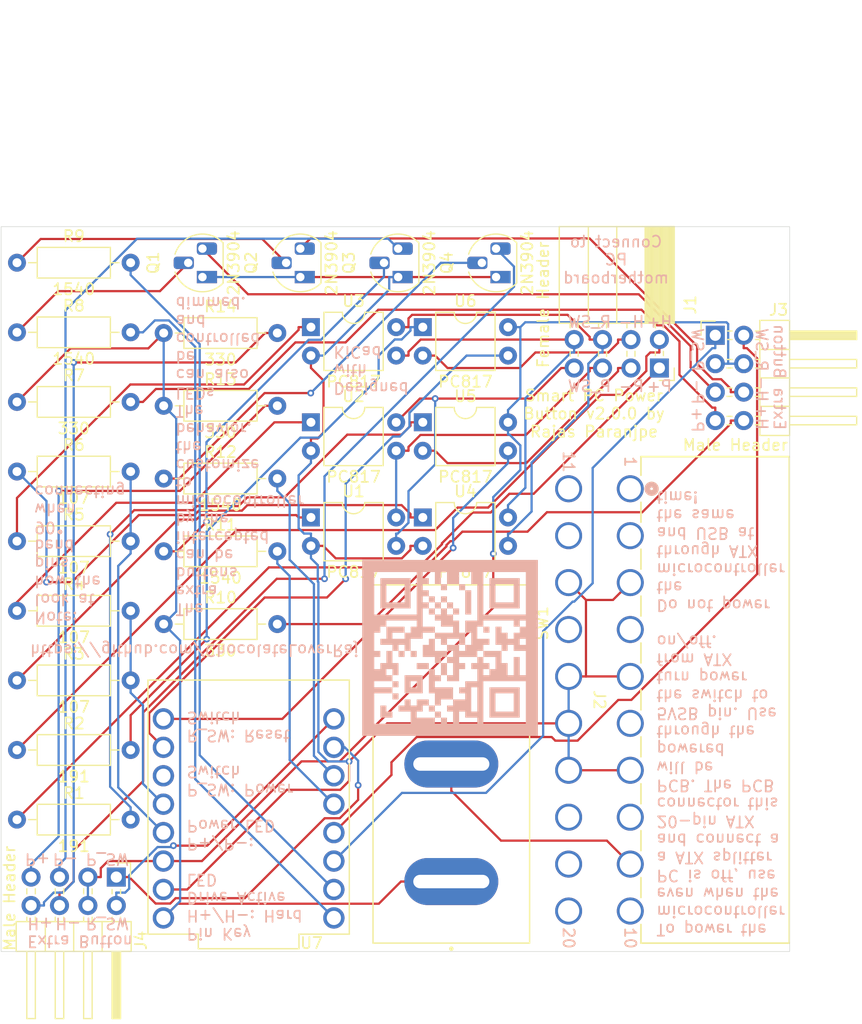
<source format=kicad_pcb>
(kicad_pcb (version 20240108) (generator "pcbnew") (generator_version "8.0")
  (layers (0 "F.Cu" signal) (31 "B.Cu" signal) (34 "B.Paste" user) (35 "F.Paste" user) (36 "B.SilkS" user "B.Silkscreen") (37 "F.SilkS" user "F.Silkscreen") (38 "B.Mask" user) (39 "F.Mask" user) (44 "Edge.Cuts" user))
  (property "EXTRA_LED_RESISTOR" "330")
  (property "LED_RESISTOR" "191")
  (property "SWITCH_OPTOCOUPLER_RESISTOR" "107")
  (property "TRANSISTOR_RESISTOR" "1540")
  (net 0 "")
  (net 1 "Power LED+")
  (net 14 "GND")
  (net 16 "HDD LED+")
  (net 17 "Power LED-")
  (net 18 "HDD LED-")
  (net 19 "Net-(SW1-B)")
  (net 20 "+5V")
  (net 21 "Net-(R1-Pad2)")
  (net 22 "Net-(R2-Pad2)")
  (net 23 "HDD SW 1")
  (net 24 "POWER SW 1")
  (net 25 "HDD SW 0")
  (net 26 "POWER SW 0")
  (net 27 "+3.3V")
  (net 28 "GPIO8")
  (net 29 "GPIO7")
  (net 30 "Net-(J4-Pin_8)")
  (net 31 "GPIO20")
  (net 32 "Net-(J4-Pin_7)")
  (net 33 "GPIO21")
  (net 34 "Net-(Q1-B)")
  (net 35 "Net-(Q2-B)")
  (net 36 "Net-(Q3-B)")
  (net 37 "Net-(Q4-B)")
  (net 38 "Net-(R3-Pad1)")
  (net 39 "Net-(R4-Pad1)")
  (net 40 "Net-(R5-Pad1)")
  (net 41 "Net-(R6-Pad1)")
  (net 42 "GPIO0")
  (net 43 "GPIO1")
  (net 44 "GPIO4")
  (net 45 "GPIO5")
  (net 46 "GPIO9")
  (net 47 "GPIO3")
  (net 48 "GPIO6")
  (net 49 "GPIO10")
  (net 50 "Net-(J4-Pin_6)")
  (net 51 "Net-(J4-Pin_5)")
  (net 52 "Net-(J3-Pin_6)")
  (net 53 "Net-(J3-Pin_7)")
  (net 54 "Net-(J3-Pin_8)")
  (net 55 "Net-(J3-Pin_5)")
  (footprint "Connector_PinHeader_2.54mm:PinHeader_2x04_P2.54mm_Horizontal" (layer "F.Cu") (at 106.55 121.85 -90)
    (property "Reference" "J4")
    (property "Value" "Male Header")
  )
  (footprint "Resistor_THT:R_Axial_DIN0207_L6.3mm_D2.5mm_P10.16mm_Horizontal" (layer "F.Cu") (at 110.785 86.25)
    (property "Reference" "R12")
    (property "Value" "1540")
  )
  (footprint "Package_DIP:DIP-4_W7.62mm" (layer "F.Cu") (at 123.95 72.725)
    (property "Reference" "U3")
    (property "Value" "PC817")
  )
  (footprint "Resistor_THT:R_Axial_DIN0207_L6.3mm_D2.5mm_P10.16mm_Horizontal" (layer "F.Cu") (at 97.67 116.7177)
    (property "Reference" "R1")
    (property "Value" "191")
  )
  (footprint "KiCad Assets:SW_RB141C1100" (layer "F.Cu") (at 136.5 111.75 -90)
    (property "Reference" "SW1")
    (property "Value" "SW_SPST")
  )
  (footprint "Package_DIP:DIP-4_W7.62mm" (layer "F.Cu") (at 123.95 89.725)
    (property "Reference" "U1")
    (property "Value" "PC817")
  )
  (footprint "Resistor_THT:R_Axial_DIN0207_L6.3mm_D2.5mm_P10.16mm_Horizontal" (layer "F.Cu") (at 110.785 73.25)
    (property "Reference" "R14")
    (property "Value" "330")
  )
  (footprint "Package_TO_SOT_THT:TO-92_HandSolder" (layer "F.Cu") (at 114.25 68.25 90)
    (property "Reference" "Q1")
    (property "Value" "2N3904")
  )
  (footprint "KiCad Assets:MODULE_ESP32-C3_SUPERMINI" (layer "F.Cu") (at 118.38 115.6 180)
    (property "Reference" "U7")
    (property "Value" "ESP32-C3_SUPERMINI")
  )
  (footprint "Package_TO_SOT_THT:TO-92_HandSolder" (layer "F.Cu") (at 140.5 68.25 90)
    (property "Reference" "Q4")
    (property "Value" "2N3904")
  )
  (footprint "KiCad Assets:CONN_2-1586041-0_TYCO" (layer "F.Cu") (at 152.5 87.163 -90)
    (property "Reference" "J2")
    (property "Value" "20-Pin ATX")
  )
  (footprint "Resistor_THT:R_Axial_DIN0207_L6.3mm_D2.5mm_P10.16mm_Horizontal" (layer "F.Cu") (at 97.67 98.0614)
    (property "Reference" "R4")
    (property "Value" "107")
  )
  (footprint "Resistor_THT:R_Axial_DIN0207_L6.3mm_D2.5mm_P10.16mm_Horizontal" (layer "F.Cu") (at 97.67 79.4052)
    (property "Reference" "R7")
    (property "Value" "330")
  )
  (footprint "Resistor_THT:R_Axial_DIN0207_L6.3mm_D2.5mm_P10.16mm_Horizontal" (layer "F.Cu") (at 110.785 92.75)
    (property "Reference" "R11")
    (property "Value" "1540")
  )
  (footprint "Connector_PinHeader_2.54mm:PinHeader_2x04_P2.54mm_Horizontal" (layer "F.Cu") (at 160.1 73.45)
    (property "Reference" "J3")
    (property "Value" "Male Header")
  )
  (footprint "Package_TO_SOT_THT:TO-92_HandSolder" (layer "F.Cu") (at 123 68.25 90)
    (property "Reference" "Q2")
    (property "Value" "2N3904")
  )
  (footprint "Resistor_THT:R_Axial_DIN0207_L6.3mm_D2.5mm_P10.16mm_Horizontal" (layer "F.Cu") (at 97.67 91.8427)
    (property "Reference" "R5")
    (property "Value" "107")
  )
  (footprint "Package_DIP:DIP-4_W7.62mm" (layer "F.Cu") (at 123.95 81.225)
    (property "Reference" "U2")
    (property "Value" "PC817")
  )
  (footprint "Package_DIP:DIP-4_W7.62mm" (layer "F.Cu") (at 133.95 72.725)
    (property "Reference" "U6")
    (property "Value" "PC817")
  )
  (footprint "Resistor_THT:R_Axial_DIN0207_L6.3mm_D2.5mm_P10.16mm_Horizontal" (layer "F.Cu") (at 110.785 79.75)
    (property "Reference" "R13")
    (property "Value" "330")
  )
  (footprint "Package_DIP:DIP-4_W7.62mm" (layer "F.Cu") (at 133.95 81.225)
    (property "Reference" "U5")
    (property "Value" "PC817")
  )
  (footprint "Resistor_THT:R_Axial_DIN0207_L6.3mm_D2.5mm_P10.16mm_Horizontal" (layer "F.Cu") (at 97.67 104.2802)
    (property "Reference" "R3")
    (property "Value" "107")
  )
  (footprint "Resistor_THT:R_Axial_DIN0207_L6.3mm_D2.5mm_P10.16mm_Horizontal" (layer "F.Cu") (at 97.67 66.9677)
    (property "Reference" "R9")
    (property "Value" "1540")
  )
  (footprint "Resistor_THT:R_Axial_DIN0207_L6.3mm_D2.5mm_P10.16mm_Horizontal" (layer "F.Cu") (at 110.785 99.25)
    (property "Reference" "R10")
    (property "Value" "330")
  )
  (footprint "Package_TO_SOT_THT:TO-92_HandSolder" (layer "F.Cu") (at 131.75 68.25 90)
    (property "Reference" "Q3")
    (property "Value" "2N3904")
  )
  (footprint "Connector_PinSocket_2.54mm:PinSocket_2x04_P2.54mm_Horizontal" (layer "F.Cu") (at 155.1 76.375 -90)
    (property "Reference" "J1")
    (property "Value" "Female Header")
  )
  (footprint "Package_DIP:DIP-4_W7.62mm" (layer "F.Cu") (at 133.95 89.725)
    (property "Reference" "U4")
    (property "Value" "PC817")
  )
  (footprint "Resistor_THT:R_Axial_DIN0207_L6.3mm_D2.5mm_P10.16mm_Horizontal" (layer "F.Cu") (at 97.67 73.1864)
    (property "Reference" "R8")
    (property "Value" "1540")
  )
  (footprint "Resistor_THT:R_Axial_DIN0207_L6.3mm_D2.5mm_P10.16mm_Horizontal" (layer "F.Cu") (at 97.67 110.4989)
    (property "Reference" "R2")
    (property "Value" "191")
  )
  (footprint "Resistor_THT:R_Axial_DIN0207_L6.3mm_D2.5mm_P10.16mm_Horizontal" (layer "F.Cu") (at 97.67 85.6239)
    (property "Reference" "R6")
    (property "Value" "107")
  )
  (footprint "LOGO" (layer "B.Cu") (at 136.385205 101.376308 180)
    (property "Reference" "G***" (hide yes))
    (property "Value" "LOGO" (hide yes))
  )
  (gr_rect (start 96.25 63.75) (end 166.75 128.5) (stroke (width 0.05)) (fill none) (layer "Edge.Cuts"))
  (gr_text "P-" (at 158.5 78.5 -90) (layer "B.SilkS") (effects (font (size 1 1)) (justify mirror)))
  (gr_text "https://github.com/ChocolateLoverRaj" (at 98.75 101 180) (layer "B.SilkS") (effects (font (size 1 1)) (justify left bottom mirror)))
  (gr_text "R_SW" (at 105.75 126 180) (layer "B.SilkS") (effects (font (size 1 1)) (justify mirror)))
  (gr_text "P-" (at 152.6 78 0) (layer "B.SilkS") (effects (font (size 1 1)) (justify mirror)))
  (gr_text "H+" (at 99.75 126 180) (layer "B.SilkS") (effects (font (size 1 1)) (justify mirror)))
  (gr_text "P+" (at 158.5 81 -90) (layer "B.SilkS") (effects (font (size 1 1)) (justify mirror)))
  (gr_text "Extra Button" (at 98.5 127 180) (layer "B.SilkS") (effects (font (size 1 1)) (justify left bottom mirror)))
  (gr_text "P+" (at 99.5 120.25 180) (layer "B.SilkS") (effects (font (size 1 1)) (justify mirror)))
  (gr_text "H-" (at 164.25 78.25 -90) (layer "B.SilkS") (effects (font (size 1 1)) (justify mirror)))
  (gr_text "R_SW" (at 164.25 74.75 270) (layer "B.SilkS") (effects (font (size 1 1)) (justify mirror)))
  (gr_text "H+" (at 155.1 72.25 0) (layer "B.SilkS") (effects (font (size 1 1)) (justify mirror)))
  (gr_text "P-" (at 102 120.25 180) (layer "B.SilkS") (effects (font (size 1 1)) (justify mirror)))
  (gr_text "P_SW" (at 148.85 78 0) (layer "B.SilkS") (effects (font (size 1 1)) (justify mirror)))
  (gr_text "P_SW" (at 158.5 74.75 -90) (layer "B.SilkS") (effects (font (size 1 1)) (justify mirror)))
  (gr_text "Extra Button" (at 165.25 82 -90) (layer "B.SilkS") (effects (font (size 1 1)) (justify left bottom mirror)))
  (gr_text "P+" (at 155.1 78 0) (layer "B.SilkS") (effects (font (size 1 1)) (justify mirror)))
  (gr_text "P_SW" (at 105.75 120.25 180) (layer "B.SilkS") (effects (font (size 1 1)) (justify mirror)))
  (gr_text "H+" (at 164.25 80.75 -90) (layer "B.SilkS") (effects (font (size 1 1)) (justify mirror)))
  (gr_text "H-" (at 152.6 72.25 0) (layer "B.SilkS") (effects (font (size 1 1)) (justify mirror)))
  (gr_text "H-" (at 102.25 126 180) (layer "B.SilkS") (effects (font (size 1 1)) (justify mirror)))
  (gr_text "R_SW" (at 148.85 72.25 0) (layer "B.SilkS") (effects (font (size 1 1)) (justify mirror)))
  (gr_text_box "To power the microcontroller even when the PC is off, use a ATX splitter and connect a 20-pin ATX connector this PCB. The PCB will be powered through the 5VSB pin. Use the switch to turn power from ATX on/off. \n\nDo not power the microcontroller through ATX and USB at the same time!" (start 154 83.625) (end 166.75 127.875) (angle 180) (layer "B.SilkS") (effects (font (size 1 1)) (justify left top mirror)) (border no))
  (gr_text_box "Designed with KiCad" (start 125.125 43.5) (end 133.375 79.5) (angle 180) (layer "B.SilkS") (effects (font (size 1 1)) (justify left top mirror)) (border no))
  (gr_text_box "The extra buttons can be intercepted by the microcontroller to customize the behavior. The LEDs can also be controlled and dimmed." (start 111 63.25) (end 119.25 99.25) (angle 180) (layer "B.SilkS") (effects (font (size 1 1)) (justify left top mirror)) (border no))
  (gr_text_box "Note: look at how the pins bend 90° when connecting" (start 98.375 64) (end 106.625 100) (angle 180) (layer "B.SilkS") (effects (font (size 1 1)) (justify left top mirror)) (border no) (stroke (width 0.05)))
  (gr_text_box "Pin Key\nH+/H-: Hard Drive Active LED\n\nP+/P-: Power LED\n\nP_SW: Power Switch\n\nR_SW: Reset Switch" (start 112 100.25) (end 124.75 128.25) (angle 180) (layer "B.SilkS") (effects (font (size 1 1)) (justify left top mirror)) (border no) (stroke (width 0.05)))
  (gr_text_box "Connect to PC motherboard" (start 146.1 63.75) (end 156.35 72.25) (layer "B.SilkS") (effects (font (size 1 1)) (justify top mirror)) (border no))
  (gr_text_box "Smart PC Power Button v2.0.0 by Rajas Paranjpe" (start 141.25 77.5) (end 157.25 83.25) (layer "F.SilkS") (effects (font (size 1 1)) (justify top)) (border no))
  (segment (start 135.6615 92.0293) (end 135.6615 92.1177) (width 0.2) (layer "F.Cu") (net 1))
  (segment (start 138.407 89.2838) (end 135.6615 92.0293) (width 0.2) (layer "F.Cu") (net 1))
  (segment (start 120.1876 94.1852) (end 97.67 116.7028) (width 0.2) (layer "F.Cu") (net 1))
  (segment (start 133.594 94.1852) (end 120.1876 94.1852) (width 0.2) (layer "F.Cu") (net 1))
  (segment (start 141.6909 87.6079) (end 140.015 89.2838) (width 0.2) (layer "F.Cu") (net 1))
  (segment (start 135.6615 92.1177) (end 133.594 94.1852) (width 0.2) (layer "F.Cu") (net 1))
  (segment (start 140.015 89.2838) (end 138.407 89.2838) (width 0.2) (layer "F.Cu") (net 1))
  (segment (start 97.67 116.7028) (end 97.67 116.7177) (width 0.2) (layer "F.Cu") (net 1))
  (segment (start 143.8671 87.6079) (end 141.6909 87.6079) (width 0.2) (layer "F.Cu") (net 1))
  (segment (start 155.1 76.375) (end 143.8671 87.6079) (width 0.2) (layer "F.Cu") (net 1))
  (segment (start 127.3638 111.521) (end 127.3638 113.2626) (width 0.2) (layer "F.Cu") (net 14))
  (segment (start 146.9882 103.927) (end 148.5384 103.927) (width 0.2) (layer "F.Cu") (net 14))
  (segment (start 126.5722 114.0542) (end 121.7978 114.0542) (width 0.2) (layer "F.Cu") (net 14))
  (segment (start 123 68.25) (end 131.75 68.25) (width 0.2) (layer "F.Cu") (net 14))
  (segment (start 125.0517 92.265) (end 126.1654 93.3787) (width 0.2) (layer "F.Cu") (net 14))
  (segment (start 123.95 92.265) (end 125.0517 92.265) (width 0.2) (layer "F.Cu") (net 14))
  (segment (start 124.5525 82.6633) (end 125.0739 82.1419) (width 0.2) (layer "F.Cu") (net 14))
  (segment (start 132.077 93.3787) (end 132.8483 92.6074) (width 0.2) (layer "F.Cu") (net 14))
  (segment (start 126.1654 93.3787) (end 132.077 93.3787) (width 0.2) (layer "F.Cu") (net 14))
  (segment (start 146.9882 112.309) (end 152.5 112.309) (width 0.2) (layer "F.Cu") (net 14))
  (segment (start 130.7668 108.118) (end 127.3638 111.521) (width 0.2) (layer "F.Cu") (net 14))
  (segment (start 121.7978 114.0542) (end 112.892 122.96) (width 0.2) (layer "F.Cu") (net 14))
  (segment (start 148.5384 103.927) (end 148.5384 97.0952) (width 0.2) (layer "F.Cu") (net 14))
  (segment (start 133.95 92.265) (end 132.8483 92.265) (width 0.2) (layer "F.Cu") (net 14))
  (segment (start 123.95 75.265) (end 123.95 76.3667) (width 0.2) (layer "F.Cu") (net 14))
  (segment (start 148.5384 103.927) (end 152.5 103.927) (width 0.2) (layer "F.Cu") (net 14))
  (segment (start 148.5384 97.0952) (end 150.9498 97.0952) (width 0.2) (layer "F.Cu") (net 14))
  (segment (start 131.75 68.25) (end 140.5 68.25) (width 0.2) (layer "F.Cu") (net 14))
  (segment (start 132.8483 92.6074) (end 132.8483 92.265) (width 0.2) (layer "F.Cu") (net 14))
  (segment (start 127.3638 113.2626) (end 126.5722 114.0542) (width 0.2) (layer "F.Cu") (net 14))
  (segment (start 123.95 83.765) (end 123.95 82.6633) (width 0.2) (layer "F.Cu") (net 14))
  (segment (start 112.892 122.96) (end 110.76 122.96) (width 0.2) (layer "F.Cu") (net 14))
  (segment (start 150.9498 97.0952) (end 152.5 95.545) (width 0.2) (layer "F.Cu") (net 14))
  (segment (start 123.95 82.6633) (end 124.5525 82.6633) (width 0.2) (layer "F.Cu") (net 14))
  (segment (start 125.0739 82.1419) (end 125.0739 77.4906) (width 0.2) (layer "F.Cu") (net 14))
  (segment (start 148.5384 97.0952) (end 146.9882 95.545) (width 0.2) (layer "F.Cu") (net 14))
  (segment (start 125.0739 77.4906) (end 123.95 76.3667) (width 0.2) (layer "F.Cu") (net 14))
  (segment (start 146.9882 108.118) (end 130.7668 108.118) (width 0.2) (layer "F.Cu") (net 14))
  (via (at 127.3638 111.521) (size 0.6) (drill 0.3) (layers "F.Cu" "B.Cu") (net 14))
  (segment (start 123.95 92.265) (end 123.95 93.3667) (width 0.2) (layer "B.Cu") (net 14))
  (segment (start 123.95 75.265) (end 125.0517 75.265) (width 0.2) (layer "B.Cu") (net 14))
  (segment (start 124.5614 95.454) (end 124.6172 95.5098) (width 0.2) (layer "B.Cu") (net 14))
  (segment (start 124.6172 110.6775) (end 125.4607 111.521) (width 0.2) (layer "B.Cu") (net 14))
  (segment (start 123.3321 91.1633) (end 123.95 91.1633) (width 0.2) (layer "B.Cu") (net 14))
  (segment (start 146.9882 112.309) (end 146.9882 108.118) (width 0.2) (layer "B.Cu") (net 14))
  (segment (start 130.9483 69.3684) (end 125.0517 75.265) (width 0.2) (layer "B.Cu") (net 14))
  (segment (start 125.4607 111.521) (end 127.3638 111.521) (width 0.2) (layer "B.Cu") (net 14))
  (segment (start 123.95 92.265) (end 123.95 91.1633) (width 0.2) (layer "B.Cu") (net 14))
  (segment (start 122.8483 85.9684) (end 122.8483 90.6795) (width 0.2) (layer "B.Cu") (net 14))
  (segment (start 123.95 83.765) (end 123.95 84.8667) (width 0.2) (layer "B.Cu") (net 14))
  (segment (start 146.9882 108.118) (end 146.9882 103.927) (width 0.2) (layer "B.Cu") (net 14))
  (segment (start 130.9483 68.25) (end 130.9483 69.3684) (width 0.2) (layer "B.Cu") (net 14))
  (segment (start 123.95 93.3667) (end 124.5614 93.9781) (width 0.2) (layer "B.Cu") (net 14))
  (segment (start 124.5614 93.9781) (end 124.5614 95.454) (width 0.2) (layer "B.Cu") (net 14))
  (segment (start 123.95 84.8667) (end 122.8483 85.9684) (width 0.2) (layer "B.Cu") (net 14))
  (segment (start 124.6172 95.5098) (end 124.6172 110.6775) (width 0.2) (layer "B.Cu") (net 14))
  (segment (start 131.75 68.25) (end 130.9483 68.25) (width 0.2) (layer "B.Cu") (net 14))
  (segment (start 122.8483 90.6795) (end 123.3321 91.1633) (width 0.2) (layer "B.Cu") (net 14))
  (segment (start 123 68.25) (end 114.25 68.25) (width 0.2) (layer "B.Cu") (net 14))
  (segment (start 151.797 78.7742) (end 153.935 76.6362) (width 0.2) (layer "F.Cu") (net 16))
  (segment (start 153.935 75.3372) (end 154.2855 74.9867) (width 0.2) (layer "F.Cu") (net 16))
  (segment (start 155.1 73.835) (end 155.1 74.9867) (width 0.2) (layer "F.Cu") (net 16))
  (segment (start 97.67 110.4989) (end 117.3155 90.8534) (width 0.2) (layer "F.Cu") (net 16))
  (segment (start 154.2855 74.9867) (end 155.1 74.9867) (width 0.2) (layer "F.Cu") (net 16))
  (segment (start 135.0502 90.8534) (end 137.0628 88.8408) (width 0.2) (layer "F.Cu") (net 16))
  (segment (start 117.3155 90.8534) (end 135.0502 90.8534) (width 0.2) (layer "F.Cu") (net 16))
  (segment (start 153.935 76.6362) (end 153.935 75.3372) (width 0.2) (layer "F.Cu") (net 16))
  (segment (start 137.0628 88.8408) (end 139.7963 88.8408) (width 0.2) (layer "F.Cu") (net 16))
  (segment (start 149.8629 78.7742) (end 151.797 78.7742) (width 0.2) (layer "F.Cu") (net 16))
  (segment (start 139.7963 88.8408) (end 149.8629 78.7742) (width 0.2) (layer "F.Cu") (net 16))
  (segment (start 152.56 76.375) (end 151.4083 76.375) (width 0.2) (layer "F.Cu") (net 17))
  (segment (start 133.95 83.765) (end 135.0517 83.765) (width 0.2) (layer "F.Cu") (net 17))
  (segment (start 151.4083 76.6608) (end 143.1985 84.8706) (width 0.2) (layer "F.Cu") (net 17))
  (segment (start 136.1573 84.8706) (end 135.0517 83.765) (width 0.2) (layer "F.Cu") (net 17))
  (segment (start 151.4083 76.375) (end 151.4083 76.6608) (width 0.2) (layer "F.Cu") (net 17))
  (segment (start 143.1985 84.8706) (end 136.1573 84.8706) (width 0.2) (layer "F.Cu") (net 17))
  (segment (start 151.4083 73.835) (end 151.4083 74.123) (width 0.2) (layer "F.Cu") (net 18))
  (segment (start 136.1617 76.375) (end 135.0517 75.265) (width 0.2) (layer "F.Cu") (net 18))
  (segment (start 142.6309 76.375) (end 136.1617 76.375) (width 0.2) (layer "F.Cu") (net 18))
  (segment (start 133.95 75.265) (end 135.0517 75.265) (width 0.2) (layer "F.Cu") (net 18))
  (segment (start 144.0192 74.9867) (end 142.6309 76.375) (width 0.2) (layer "F.Cu") (net 18))
  (segment (start 150.5446 74.9867) (end 144.0192 74.9867) (width 0.2) (layer "F.Cu") (net 18))
  (segment (start 151.4083 74.123) (end 150.5446 74.9867) (width 0.2) (layer "F.Cu") (net 18))
  (segment (start 152.56 73.835) (end 151.4083 73.835) (width 0.2) (layer "F.Cu") (net 18))
  (segment (start 136.5 111.75) (end 136.5 114.1517) (width 0.2) (layer "F.Cu") (net 19))
  (segment (start 152.5 120.691) (end 150.4045 118.5955) (width 0.2) (layer "F.Cu") (net 19))
  (segment (start 150.4045 118.5955) (end 140.9438 118.5955) (width 0.2) (layer "F.Cu") (net 19))
  (segment (start 140.9438 118.5955) (end 136.5 114.1517) (width 0.2) (layer "F.Cu") (net 19))
  (segment (start 97.67 79.4052) (end 102.4548 74.6204) (width 0.2) (layer "F.Cu") (net 20))
  (segment (start 136.5 122.25) (end 131.9983 122.25) (width 0.2) (layer "F.Cu") (net 20))
  (segment (start 109.4146 74.6204) (end 110.785 73.25) (width 0.2) (layer "F.Cu") (net 20))
  (segment (start 102.4548 74.6204) (end 109.4146 74.6204) (width 0.2) (layer "F.Cu") (net 20))
  (segment (start 110.76 125.5) (end 112.03 124.23) (width 0.2) (layer "F.Cu") (net 20))
  (segment (start 112.03 124.23) (end 130.0183 124.23) (width 0.2) (layer "F.Cu") (net 20))
  (segment (start 130.0183 124.23) (end 131.9983 122.25) (width 0.2) (layer "F.Cu") (net 20))
  (segment (start 112.2568 124.0032) (end 112.2568 100.7218) (width 0.2) (layer "B.Cu") (net 20))
  (segment (start 111.905 98.13) (end 110.785 99.25) (width 0.2) (layer "B.Cu") (net 20))
  (segment (start 110.785 73.25) (end 110.785 79.75) (width 0.2) (layer "B.Cu") (net 20))
  (segment (start 111.905 80.87) (end 111.905 98.13) (width 0.2) (layer "B.Cu") (net 20))
  (segment (start 112.2568 100.7218) (end 110.785 99.25) (width 0.2) (layer "B.Cu") (net 20))
  (segment (start 110.785 79.75) (end 111.905 80.87) (width 0.2) (layer "B.Cu") (net 20))
  (segment (start 110.76 125.5) (end 112.2568 124.0032) (width 0.2) (layer "B.Cu") (net 20))
  (segment (start 132.8483 81.225) (end 132.8483 81.5349) (width 0.2) (layer "F.Cu") (net 21))
  (segment (start 108.149 89.0751) (end 105.9959 91.2282) (width 0.2) (layer "F.Cu") (net 21))
  (segment (start 117.4734 88.7132) (end 113.7684 88.7132) (width 0.2) (layer "F.Cu") (net 21))
  (segment (start 121.5963 87.9281) (end 118.2585 87.9281) (width 0.2) (layer "F.Cu") (net 21))
  (segment (start 113.7684 88.7132) (end 113.4065 89.0751) (width 0.2) (layer "F.Cu") (net 21))
  (segment (start 118.2585 87.9281) (end 117.4734 88.7132) (width 0.2) (layer "F.Cu") (net 21))
  (segment (start 132.8483 81.5349) (end 132.0565 82.3267) (width 0.2) (layer "F.Cu") (net 21))
  (segment (start 132.0565 82.3267) (end 127.1977 82.3267) (width 0.2) (layer "F.Cu") (net 21))
  (segment (start 127.1977 82.3267) (end 121.5963 87.9281) (width 0.2) (layer "F.Cu") (net 21))
  (segment (start 113.4065 89.0751) (end 108.149 89.0751) (width 0.2) (layer "F.Cu") (net 21))
  (segment (start 133.95 81.225) (end 132.8483 81.225) (width 0.2) (layer "F.Cu") (net 21))
  (via (at 105.9959 91.2282) (size 0.6) (drill 0.3) (layers "F.Cu" "B.Cu") (net 21))
  (segment (start 105.9959 113.7819) (end 105.9959 91.2282) (width 0.2) (layer "B.Cu") (net 21))
  (segment (start 107.83 115.616) (end 105.9959 113.7819) (width 0.2) (layer "B.Cu") (net 21))
  (segment (start 107.83 116.7177) (end 107.83 115.616) (width 0.2) (layer "B.Cu") (net 21))
  (segment (start 107.83 110.4989) (end 107.83 107.3936) (width 0.2) (layer "F.Cu") (net 22))
  (segment (start 107.83 107.3936) (end 114.6316 100.592) (width 0.2) (layer "F.Cu") (net 22))
  (via (at 114.6316 100.592) (size 0.6) (drill 0.3) (layers "F.Cu" "B.Cu") (net 22))
  (segment (start 124.6615 82.5966) (end 123.007 82.5966) (width 0.2) (layer "B.Cu") (net 22))
  (segment (start 131.4406 73.8267) (end 130.001 75.2663) (width 0.2) (layer "B.Cu") (net 22))
  (segment (start 132.8483 72.725) (end 132.8483 73.0349) (width 0.2) (layer "B.Cu") (net 22))
  (segment (start 123.007 82.5966) (end 114.6316 90.972) (width 0.2) (layer "B.Cu") (net 22))
  (segment (start 132.8483 73.0349) (end 132.0565 73.8267) (width 0.2) (layer "B.Cu") (net 22))
  (segment (start 132.0565 73.8267) (end 131.4406 73.8267) (width 0.2) (layer "B.Cu") (net 22))
  (segment (start 133.95 72.725) (end 132.8483 72.725) (width 0.2) (layer "B.Cu") (net 22))
  (segment (start 130.001 75.2663) (end 130.001 77.2571) (width 0.2) (layer "B.Cu") (net 22))
  (segment (start 130.001 77.2571) (end 124.6615 82.5966) (width 0.2) (layer "B.Cu") (net 22))
  (segment (start 114.6316 90.972) (end 114.6316 100.592) (width 0.2) (layer "B.Cu") (net 22))
  (segment (start 132.6717 74.9225) (end 132.6717 75.265) (width 0.2) (layer "F.Cu") (net 23))
  (segment (start 131.57 75.265) (end 132.6717 75.265) (width 0.2) (layer "F.Cu") (net 23))
  (segment (start 133.7592 73.835) (end 132.6717 74.9225) (width 0.2) (layer "F.Cu") (net 23))
  (segment (start 147.48 73.835) (end 133.7592 73.835) (width 0.2) (layer "F.Cu") (net 23))
  (segment (start 141.57 89.725) (end 141.57 88.6233) (width 0.2) (layer "B.Cu") (net 23))
  (segment (start 143.1237 87.0696) (end 143.1237 79.0745) (width 0.2) (layer "B.Cu") (net 23))
  (segment (start 143.1237 79.0745) (end 147.2115 74.9867) (width 0.2) (layer "B.Cu") (net 23))
  (segment (start 147.2115 74.9867) (end 147.48 74.9867) (width 0.2) (layer "B.Cu") (net 23))
  (segment (start 141.57 88.6233) (end 143.1237 87.0696) (width 0.2) (layer "B.Cu") (net 23))
  (segment (start 147.48 73.835) (end 147.48 74.9867) (width 0.2) (layer "B.Cu") (net 23))
  (segment (start 143.5977 79.1056) (end 135.0567 79.1056) (width 0.2) (layer "F.Cu") (net 24))
  (segment (start 133.6894 79.1056) (end 131.57 81.225) (width 0.2) (layer "F.Cu") (net 24))
  (segment (start 147.48 76.375) (end 146.3283 76.375) (width 0.2) (layer "F.Cu") (net 24))
  (segment (start 146.3283 76.375) (end 143.5977 79.1056) (width 0.2) (layer "F.Cu") (net 24))
  (segment (start 135.0567 79.1056) (end 133.6894 79.1056) (width 0.2) (layer "F.Cu") (net 24))
  (via (at 135.0567 79.1056) (size 0.6) (drill 0.3) (layers "F.Cu" "B.Cu") (net 24))
  (segment (start 132.6717 87.374) (end 135.0567 84.989) (width 0.2) (layer "B.Cu") (net 24))
  (segment (start 131.57 92.265) (end 131.57 91.1633) (width 0.2) (layer "B.Cu") (net 24))
  (segment (start 131.57 91.1633) (end 131.7078 91.1633) (width 0.2) (layer "B.Cu") (net 24))
  (segment (start 131.7078 91.1633) (end 132.6717 90.1994) (width 0.2) (layer "B.Cu") (net 24))
  (segment (start 132.6717 90.1994) (end 132.6717 87.374) (width 0.2) (layer "B.Cu") (net 24))
  (segment (start 135.0567 84.989) (end 135.0567 79.1056) (width 0.2) (layer "B.Cu") (net 24))
  (segment (start 132.6717 71.9458) (end 132.6717 72.725) (width 0.2) (layer "F.Cu") (net 25))
  (segment (start 146.8971 71.6233) (end 132.9942 71.6233) (width 0.2) (layer "F.Cu") (net 25))
  (segment (start 131.57 72.725) (end 132.6717 72.725) (width 0.2) (layer "F.Cu") (net 25))
  (segment (start 150.02 73.835) (end 148.8683 73.835) (width 0.2) (layer "F.Cu") (net 25))
  (segment (start 148.8683 73.5945) (end 146.8971 71.6233) (width 0.2) (layer "F.Cu") (net 25))
  (segment (start 148.8683 73.835) (end 148.8683 73.5945) (width 0.2) (layer "F.Cu") (net 25))
  (segment (start 132.9942 71.6233) (end 132.6717 71.9458) (width 0.2) (layer "F.Cu") (net 25))
  (segment (start 150.02 73.835) (end 150.02 74.9867) (width 0.2) (layer "B.Cu") (net 25))
  (segment (start 143.6766 84.8311) (end 148.75 79.7577) (width 0.2) (layer "B.Cu") (net 25))
  (segment (start 141.57 92.265) (end 141.57 91.1633) (width 0.2) (layer "B.Cu") (net 25))
  (segment (start 148.75 75.9882) (end 149.7515 74.9867) (width 0.2) (layer "B.Cu") (net 25))
  (segment (start 149.7515 74.9867) (end 150.02 74.9867) (width 0.2) (layer "B.Cu") (net 25))
  (segment (start 141.57 91.1633) (end 141.7078 91.1633) (width 0.2) (layer "B.Cu") (net 25))
  (segment (start 148.75 79.7577) (end 148.75 75.9882) (width 0.2) (layer "B.Cu") (net 25))
  (segment (start 141.7078 91.1633) (end 143.6766 89.1945) (width 0.2) (layer "B.Cu") (net 25))
  (segment (start 143.6766 89.1945) (end 143.6766 84.8311) (width 0.2) (layer "B.Cu") (net 25))
  (segment (start 132.6717 83.4225) (end 132.6717 83.765) (width 0.2) (layer "F.Cu") (net 26))
  (segment (start 131.57 83.765) (end 132.6717 83.765) (width 0.2) (layer "F.Cu") (net 26))
  (segment (start 133.7408 82.3534) (end 132.6717 83.4225) (width 0.2) (layer "F.Cu") (net 26))
  (segment (start 143.1778 82.3534) (end 133.7408 82.3534) (width 0.2) (layer "F.Cu") (net 26))
  (segment (start 148.8683 76.6629) (end 143.1778 82.3534) (width 0.2) (layer "F.Cu") (net 26))
  (segment (start 150.02 76.375) (end 148.8683 76.375) (width 0.2) (layer "F.Cu") (net 26))
  (segment (start 148.8683 76.375) (end 148.8683 76.6629) (width 0.2) (layer "F.Cu") (net 26))
  (segment (start 131.57 83.765) (end 131.57 89.725) (width 0.2) (layer "B.Cu") (net 26))
  (segment (start 126.5196 111.5142) (end 140.2498 97.784) (width 0.2) (layer "F.Cu") (net 27))
  (segment (start 105.1617 121.85) (end 105.1617 121.0582) (width 0.2) (layer "F.Cu") (net 27))
  (segment (start 104.01 121.85) (end 105.1617 121.85) (width 0.2) (layer "F.Cu") (net 27))
  (segment (start 114.2031 120.42) (end 123.1089 111.5142) (width 0.2) (layer "F.Cu") (net 27))
  (segment (start 105.7999 120.42) (end 110.76 120.42) (width 0.2) (layer "F.Cu") (net 27))
  (segment (start 140.2498 97.784) (end 140.2498 92.9624) (width 0.2) (layer "F.Cu") (net 27))
  (segment (start 105.1617 121.0582) (end 105.7999 120.42) (width 0.2) (layer "F.Cu") (net 27))
  (segment (start 123.1089 111.5142) (end 126.5196 111.5142) (width 0.2) (layer "F.Cu") (net 27))
  (segment (start 110.76 120.42) (end 114.2031 120.42) (width 0.2) (layer "F.Cu") (net 27))
  (via (at 140.2498 92.9624) (size 0.6) (drill 0.3) (layers "F.Cu" "B.Cu") (net 27))
  (segment (start 161.0968 72.2895) (end 161.2517 72.4444) (width 0.2) (layer "B.Cu") (net 27))
  (segment (start 104.01 124.39) (end 104.01 121.85) (width 0.2) (layer "B.Cu") (net 27))
  (segment (start 142.6717 79.0216) (end 142.6717 72.725) (width 0.2) (layer "B.Cu") (net 27))
  (segment (start 141.7077 82.3267) (end 141.57 82.3267) (width 0.2) (layer "B.Cu") (net 27))
  (segment (start 141.57 81.7758) (end 141.57 82.3267) (width 0.2) (layer "B.Cu") (net 27))
  (segment (start 162.64 75.99) (end 161.4883 75.99) (width 0.2) (layer "B.Cu") (net 27))
  (segment (start 141.57 81.7758) (end 141.57 81.225) (width 0.2) (layer "B.Cu") (net 27))
  (segment (start 140.2498 92.9624) (end 140.2498 87.9028) (width 0.2) (layer "B.Cu") (net 27))
  (segment (start 160.1 75.99) (end 161.2517 75.99) (width 0.2) (layer "B.Cu") (net 27))
  (segment (start 141.57 80.1233) (end 142.6717 79.0216) (width 0.2) (layer "B.Cu") (net 27))
  (segment (start 142.6717 72.725) (end 143.1072 72.2895) (width 0.2) (layer "B.Cu") (net 27))
  (segment (start 143.1072 72.2895) (end 161.0968 72.2895) (width 0.2) (layer "B.Cu") (net 27))
  (segment (start 141.57 81.225) (end 141.57 80.1233) (width 0.2) (layer "B.Cu") (net 27))
  (segment (start 141.57 72.725) (end 142.6717 72.725) (width 0.2) (layer "B.Cu") (net 27))
  (segment (start 142.6732 85.4794) (end 142.6732 83.2922) (width 0.2) (layer "B.Cu") (net 27))
  (segment (start 142.6732 83.2922) (end 141.7077 82.3267) (width 0.2) (layer "B.Cu") (net 27))
  (segment (start 140.2498 87.9028) (end 142.6732 85.4794) (width 0.2) (layer "B.Cu") (net 27))
  (segment (start 161.2517 72.4444) (end 161.2517 75.99) (width 0.2) (layer "B.Cu") (net 27))
  (segment (start 161.4883 75.99) (end 161.2517 75.99) (width 0.2) (layer "B.Cu") (net 27))
  (segment (start 145.4688 109.3371) (end 133.4086 109.3371) (width 0.2) (layer "F.Cu") (net 28))
  (segment (start 163.8413 75.5151) (end 163.8413 94.7756) (width 0.2) (layer "F.Cu") (net 28))
  (segment (start 147.7857 109.6639) (end 145.7956 109.6639) (width 0.2) (layer "F.Cu") (net 28))
  (segment (start 162.9279 74.6017) (end 163.8413 75.5151) (width 0.2) (layer "F.Cu") (net 28))
  (segment (start 151.4271 106.0225) (end 147.7857 109.6639) (width 0.2) (layer "F.Cu") (net 28))
  (segment (start 162.64 74.6017) (end 162.9279 74.6017) (width 0.2) (layer "F.Cu") (net 28))
  (segment (start 145.7956 109.6639) (end 145.4688 109.3371) (width 0.2) (layer "F.Cu") (net 28))
  (segment (start 152.5944 106.0225) (end 151.4271 106.0225) (width 0.2) (layer "F.Cu") (net 28))
  (segment (start 133.4086 109.3371) (end 131.1483 111.5974) (width 0.2) (layer "F.Cu") (net 28))
  (segment (start 131.1483 112.7317) (end 126 117.88) (width 0.2) (layer "F.Cu") (net 28))
  (segment (start 162.64 73.45) (end 162.64 74.6017) (width 0.2) (layer "F.Cu") (net 28))
  (segment (start 131.1483 111.5974) (end 131.1483 112.7317) (width 0.2) (layer "F.Cu") (net 28))
  (segment (start 163.8413 94.7756) (end 152.5944 106.0225) (width 0.2) (layer "F.Cu") (net 28))
  (segment (start 159.8355 74.6017) (end 160.1 74.6017) (width 0.2) (layer "B.Cu") (net 29))
  (segment (start 160.1 73.45) (end 160.1 74.6017) (width 0.2) (layer "B.Cu") (net 29))
  (segment (start 147.345 97.246) (end 147.4887 97.246) (width 0.2) (layer "B.Cu") (net 29))
  (segment (start 144.7119 99.8791) (end 147.345 97.246) (width 0.2) (layer "B.Cu") (net 29))
  (segment (start 147.4887 97.246) (end 149.1365 95.5982) (width 0.2) (layer "B.Cu") (net 29))
  (segment (start 139.6029 114.3297) (end 144.7119 109.2207) (width 0.2) (layer "B.Cu") (net 29))
  (segment (start 149.1365 95.5982) (end 149.1365 85.3007) (width 0.2) (layer "B.Cu") (net 29))
  (segment (start 132.0903 114.3297) (end 139.6029 114.3297) (width 0.2) (layer "B.Cu") (net 29))
  (segment (start 126 120.42) (end 132.0903 114.3297) (width 0.2) (layer "B.Cu") (net 29))
  (segment (start 144.7119 109.2207) (end 144.7119 99.8791) (width 0.2) (layer "B.Cu") (net 29))
  (segment (start 149.1365 85.3007) (end 159.8355 74.6017) (width 0.2) (layer "B.Cu") (net 29))
  (segment (start 117.2117 75.8816) (end 102.74 75.8816) (width 0.2) (layer "F.Cu") (net 30))
  (segment (start 119.8433 73.25) (end 117.2117 75.8816) (width 0.2) (layer "F.Cu") (net 30))
  (segment (start 120.945 73.25) (end 119.8433 73.25) (width 0.2) (layer "F.Cu") (net 30))
  (via (at 102.74 75.8816) (size 0.6) (drill 0.3) (layers "F.Cu" "B.Cu") (net 30))
  (segment (start 98.93 124.39) (end 100.0817 124.39) (width 0.2) (layer "B.Cu") (net 30))
  (segment (start 100.9454 123.2383) (end 101.77 123.2383) (width 0.2) (layer "B.Cu") (net 30))
  (segment (start 102.74 122.2683) (end 102.74 75.8816) (width 0.2) (layer "B.Cu") (net 30))
  (segment (start 100.0817 124.39) (end 100.0817 124.102) (width 0.2) (layer "B.Cu") (net 30))
  (segment (start 101.77 123.2383) (end 102.74 122.2683) (width 0.2) (layer "B.Cu") (net 30))
  (segment (start 100.0817 124.102) (end 100.9454 123.2383) (width 0.2) (layer "B.Cu") (net 30))
  (segment (start 107.7017 121.85) (end 110.0659 124.2142) (width 0.2) (layer "F.Cu") (net 31))
  (segment (start 110.0659 124.2142) (end 111.3742 124.2142) (width 0.2) (layer "F.Cu") (net 31))
  (segment (start 126.5287 116.5942) (end 128.1689 114.954) (width 0.2) (layer "F.Cu") (net 31))
  (segment (start 125.1808 116.5942) (end 126.5287 116.5942) (width 0.2) (layer "F.Cu") (net 31))
  (segment (start 118.0385 123.7365) (end 125.1808 116.5942) (width 0.2) (layer "F.Cu") (net 31))
  (segment (start 111.3742 124.2142) (end 111.8519 123.7365) (width 0.2) (layer "F.Cu") (net 31))
  (segment (start 128.1689 114.954) (end 128.1689 113.6456) (width 0.2) (layer "F.Cu") (net 31))
  (segment (start 111.8519 123.7365) (end 118.0385 123.7365) (width 0.2) (layer "F.Cu") (net 31))
  (segment (start 106.55 121.85) (end 107.7017 121.85) (width 0.2) (layer "F.Cu") (net 31))
  (via (at 128.1689 113.6456) (size 0.6) (drill 0.3) (layers "F.Cu" "B.Cu") (net 31))
  (segment (start 126 110.26) (end 126.9763 110.26) (width 0.2) (layer "B.Cu") (net 31))
  (segment (start 126.9763 110.26) (end 128.1689 111.4526) (width 0.2) (layer "B.Cu") (net 31))
  (segment (start 128.1689 111.4526) (end 128.1689 113.6456) (width 0.2) (layer "B.Cu") (net 31))
  (segment (start 112.2416 87.3517) (end 101.3922 87.3517) (width 0.2) (layer "F.Cu") (net 32))
  (segment (start 120.945 79.75) (end 119.8433 79.75) (width 0.2) (layer "F.Cu") (net 32))
  (segment (start 119.8433 79.75) (end 112.2416 87.3517) (width 0.2) (layer "F.Cu") (net 32))
  (via (at 101.3922 87.3517) (size 0.6) (drill 0.3) (layers "F.Cu" "B.Cu") (net 32))
  (segment (start 98.93 120.6983) (end 101.3922 118.2361) (width 0.2) (layer "B.Cu") (net 32))
  (segment (start 101.3922 118.2361) (end 101.3922 87.3517) (width 0.2) (layer "B.Cu") (net 32))
  (segment (start 98.93 121.85) (end 98.93 120.6983) (width 0.2) (layer "B.Cu") (net 32))
  (segment (start 114.6759 119.0441) (end 111.6551 119.0441) (width 0.2) (layer "F.Cu") (net 33))
  (segment (start 126 107.72) (end 114.6759 119.0441) (width 0.2) (layer "F.Cu") (net 33))
  (via (at 111.6551 119.0441) (size 0.6) (drill 0.3) (layers "F.Cu" "B.Cu") (net 33))
  (segment (start 106.55 123.2383) (end 107.3418 123.2383) (width 0.2) (layer "B.Cu") (net 33))
  (segment (start 111.5334 119.1658) (end 111.6551 119.0441) (width 0.2) (layer "B.Cu") (net 33))
  (segment (start 107.7017 122.8784) (end 107.7017 121.7022) (width 0.2) (layer "B.Cu") (net 33))
  (segment (start 106.55 124.39) (end 106.55 123.2383) (width 0.2) (layer "B.Cu") (net 33))
  (segment (start 110.2381 119.1658) (end 111.5334 119.1658) (width 0.2) (layer "B.Cu") (net 33))
  (segment (start 107.7017 121.7022) (end 110.2381 119.1658) (width 0.2) (layer "B.Cu") (net 33))
  (segment (start 107.3418 123.2383) (end 107.7017 122.8784) (width 0.2) (layer "B.Cu") (net 33))
  (segment (start 101.347 69.5094) (end 97.67 73.1864) (width 0.2) (layer "F.Cu") (net 34))
  (segment (start 112.98 66.98) (end 110.4506 69.5094) (width 0.2) (layer "F.Cu") (net 34))
  (segment (start 110.4506 69.5094) (end 101.347 69.5094) (width 0.2) (layer "F.Cu") (net 34))
  (segment (start 97.67 66.9677) (end 99.7883 64.8494) (width 0.2) (layer "F.Cu") (net 35))
  (segment (start 99.7883 64.8494) (end 119.5994 64.8494) (width 0.2) (layer "F.Cu") (net 35))
  (segment (start 119.5994 64.8494) (end 121.73 66.98) (width 0.2) (layer "F.Cu") (net 35))
  (segment (start 114.6106 90.1192) (end 111.9798 92.75) (width 0.2) (layer "F.Cu") (net 36))
  (segment (start 111.9798 92.75) (end 110.785 92.75) (width 0.2) (layer "F.Cu") (net 36))
  (via (at 114.6106 90.1192) (size 0.6) (drill 0.3) (layers "F.Cu" "B.Cu") (net 36))
  (segment (start 114.6106 82.9926) (end 114.6106 90.1192) (width 0.2) (layer "B.Cu") (net 36))
  (segment (start 123.7498 73.8534) (end 114.6106 82.9926) (width 0.2) (layer "B.Cu") (net 36))
  (segment (start 124.8483 73.8534) (end 123.7498 73.8534) (width 0.2) (layer "B.Cu") (net 36))
  (segment (start 130.48 68.2217) (end 124.8483 73.8534) (width 0.2) (layer "B.Cu") (net 36))
  (segment (start 130.48 66.98) (end 130.48 68.2217) (width 0.2) (layer "B.Cu") (net 36))
  (segment (start 119.8071 78.6156) (end 112.1727 86.25) (width 0.2) (layer "F.Cu") (net 37))
  (segment (start 123.9318 78.6156) (end 119.8071 78.6156) (width 0.2) (layer "F.Cu") (net 37))
  (segment (start 112.1727 86.25) (end 110.785 86.25) (width 0.2) (layer "F.Cu") (net 37))
  (via (at 123.9318 78.6156) (size 0.6) (drill 0.3) (layers "F.Cu" "B.Cu") (net 37))
  (segment (start 139.23 66.98) (end 135.5674 66.98) (width 0.2) (layer "B.Cu") (net 37))
  (segment (start 135.5674 66.98) (end 123.9318 78.6156) (width 0.2) (layer "B.Cu") (net 37))
  (segment (start 114.101 89.5166) (end 113.6993 89.9183) (width 0.2) (layer "F.Cu") (net 38))
  (segment (start 122.8483 89.725) (end 122.6399 89.5166) (width 0.2) (layer "F.Cu") (net 38))
  (segment (start 122.6399 89.5166) (end 114.101 89.5166) (width 0.2) (layer "F.Cu") (net 38))
  (segment (start 123.95 89.725) (end 122.8483 89.725) (width 0.2) (layer "F.Cu") (net 38))
  (segment (start 113.6993 89.9183) (end 112.0319 89.9183) (width 0.2) (layer "F.Cu") (net 38))
  (segment (start 112.0319 89.9183) (end 97.67 104.2802) (width 0.2) (layer "F.Cu") (net 38))
  (segment (start 113.5017 88.4119) (end 106.5462 88.4119) (width 0.2) (layer "F.Cu") (net 39))
  (segment (start 122.8483 81.225) (end 120.6886 81.225) (width 0.2) (layer "F.Cu") (net 39))
  (segment (start 120.6886 81.225) (end 113.5017 88.4119) (width 0.2) (layer "F.Cu") (net 39))
  (segment (start 123.95 81.225) (end 122.8483 81.225) (width 0.2) (layer "F.Cu") (net 39))
  (segment (start 106.5462 88.4119) (end 97.67 97.2881) (width 0.2) (layer "F.Cu") (net 39))
  (segment (start 97.67 97.2881) (end 97.67 98.0614) (width 0.2) (layer "F.Cu") (net 39))
  (segment (start 122.8483 72.9685) (end 122.8483 72.725) (width 0.2) (layer "F.Cu") (net 40))
  (segment (start 117.9689 77.8479) (end 122.8483 72.9685) (width 0.2) (layer "F.Cu") (net 40))
  (segment (start 97.67 91.8427) (end 97.67 87.9825) (width 0.2) (layer "F.Cu") (net 40))
  (segment (start 97.67 87.9825) (end 107.8046 77.8479) (width 0.2) (layer "F.Cu") (net 40))
  (segment (start 123.95 72.725) (end 122.8483 72.725) (width 0.2) (layer "F.Cu") (net 40))
  (segment (start 107.8046 77.8479) (end 117.9689 77.8479) (width 0.2) (layer "F.Cu") (net 40))
  (segment (start 133.95 89.725) (end 132.8483 89.725) (width 0.2) (layer "F.Cu") (net 41))
  (segment (start 132.0565 88.6233) (end 118.2726 88.6233) (width 0.2) (layer "F.Cu") (net 41))
  (segment (start 113.5345 89.5151) (end 108.5599 89.5151) (width 0.2) (layer "F.Cu") (net 41))
  (segment (start 132.8483 89.4151) (end 132.0565 88.6233) (width 0.2) (layer "F.Cu") (net 41))
  (segment (start 117.781 89.1149) (end 113.9347 89.1149) (width 0.2) (layer "F.Cu") (net 41))
  (segment (start 118.2726 88.6233) (end 117.781 89.1149) (width 0.2) (layer "F.Cu") (net 41))
  (segment (start 132.8483 89.725) (end 132.8483 89.4151) (width 0.2) (layer "F.Cu") (net 41))
  (segment (start 108.5599 89.5151) (end 102.5727 95.5023) (width 0.2) (layer "F.Cu") (net 41))
  (segment (start 113.9347 89.1149) (end 113.5345 89.5151) (width 0.2) (layer "F.Cu") (net 41))
  (segment (start 102.5727 95.5023) (end 100.3066 95.5023) (width 0.2) (layer "F.Cu") (net 41))
  (via (at 100.3066 95.5023) (size 0.6) (drill 0.3) (layers "F.Cu" "B.Cu") (net 41))
  (segment (start 97.67 85.6239) (end 100.3066 88.2605) (width 0.2) (layer "B.Cu") (net 41))
  (segment (start 100.3066 88.2605) (end 100.3066 95.5023) (width 0.2) (layer "B.Cu") (net 41))
  (segment (start 121.3896 107.72) (end 110.76 107.72) (width 0.2) (layer "F.Cu") (net 42))
  (segment (start 136.6649 92.4447) (end 121.3896 107.72) (width 0.2) (layer "F.Cu") (net 42))
  (via (at 136.6649 92.4447) (size 0.6) (drill 0.3) (layers "F.Cu" "B.Cu") (net 42))
  (segment (start 141.57 84.8667) (end 136.6649 89.7718) (width 0.2) (layer "B.Cu") (net 42))
  (segment (start 141.57 83.765) (end 141.57 84.8667) (width 0.2) (layer "B.Cu") (net 42))
  (segment (start 136.6649 89.7718) (end 136.6649 92.4447) (width 0.2) (layer "B.Cu") (net 42))
  (segment (start 127.0545 95.2049) (end 125.3844 96.875) (width 0.2) (layer "F.Cu") (net 43))
  (segment (start 109.4884 107.1994) (end 109.4884 108.9884) (width 0.2) (layer "F.Cu") (net 43))
  (segment (start 119.8128 96.875) (end 109.4884 107.1994) (width 0.2) (layer "F.Cu") (net 43))
  (segment (start 109.4884 108.9884) (end 110.76 110.26) (width 0.2) (layer "F.Cu") (net 43))
  (segment (start 125.3844 96.875) (end 119.8128 96.875) (width 0.2) (layer "F.Cu") (net 43))
  (via (at 127.0545 95.2049) (size 0.6) (drill 0.3) (layers "F.Cu" "B.Cu") (net 43))
  (segment (start 132.76 81.633) (end 131.898 82.495) (width 0.2) (layer "B.Cu") (net 43))
  (segment (start 127.0545 86.7137) (end 127.0545 95.2049) (width 0.2) (layer "B.Cu") (net 43))
  (segment (start 141.57 75.265) (end 137.8637 75.265) (width 0.2) (layer "B.Cu") (net 43))
  (segment (start 131.898 82.495) (end 131.2732 82.495) (width 0.2) (layer "B.Cu") (net 43))
  (segment (start 132.76 80.3687) (end 132.76 81.633) (width 0.2) (layer "B.Cu") (net 43))
  (segment (start 131.2732 82.495) (end 127.0545 86.7137) (width 0.2) (layer "B.Cu") (net 43))
  (segment (start 137.8637 75.265) (end 132.76 80.3687) (width 0.2) (layer "B.Cu") (net 43))
  (segment (start 107.83 85.6239) (end 107.83 86.7256) (width 0.2) (layer "B.Cu") (net 44))
  (segment (start 107.83 91.8427) (end 107.83 92.9444) (width 0.2) (layer "B.Cu") (net 44))
  (segment (start 107.83 91.8427) (end 107.83 90.741) (width 0.2) (layer "B.Cu") (net 44))
  (segment (start 107.83 90.741) (end 107.83 86.7256) (width 0.2) (layer "B.Cu") (net 44))
  (segment (start 110.76 117.88) (end 106.7221 113.8421) (width 0.2) (layer "B.Cu") (net 44))
  (segment (start 106.7221 113.8421) (end 106.7221 94.0523) (width 0.2) (layer "B.Cu") (net 44))
  (segment (start 106.7221 94.0523) (end 107.83 92.9444) (width 0.2) (layer "B.Cu") (net 44))
  (segment (start 108.9317 73.1864) (end 109.9938 72.1243) (width 0.2) (layer "B.Cu") (net 45))
  (segment (start 109.9938 72.1243) (end 111.2491 72.1243) (width 0.2) (layer "B.Cu") (net 45))
  (segment (start 107.83 73.1864) (end 108.9317 73.1864) (width 0.2) (layer "B.Cu") (net 45))
  (segment (start 113.6042 74.4794) (end 113.6042 113.1042) (width 0.2) (layer "B.Cu") (net 45))
  (segment (start 111.2491 72.1243) (end 113.6042 74.4794) (width 0.2) (layer "B.Cu") (net 45))
  (segment (start 113.6042 113.1042) (end 126 125.5) (width 0.2) (layer "B.Cu") (net 45))
  (segment (start 122.0467 111.3867) (end 122.0467 94.9534) (width 0.2) (layer "B.Cu") (net 46))
  (segment (start 126 115.34) (end 122.0467 111.3867) (width 0.2) (layer "B.Cu") (net 46))
  (segment (start 122.0467 94.9534) (end 120.945 93.8517) (width 0.2) (layer "B.Cu") (net 46))
  (segment (start 120.945 92.75) (end 120.945 93.8517) (width 0.2) (layer "B.Cu") (net 46))
  (segment (start 108.9317 106.4836) (end 108.9317 113.5117) (width 0.2) (layer "B.Cu") (net 47))
  (segment (start 107.83 98.0614) (end 107.83 104.2802) (width 0.2) (layer "B.Cu") (net 47))
  (segment (start 107.83 105.3819) (end 108.9317 106.4836) (width 0.2) (layer "B.Cu") (net 47))
  (segment (start 108.9317 113.5117) (end 110.76 115.34) (width 0.2) (layer "B.Cu") (net 47))
  (segment (start 107.83 104.2802) (end 107.83 105.3819) (width 0.2) (layer "B.Cu") (net 47))
  (segment (start 114.0059 110.9659) (end 126 122.96) (width 0.2) (layer "B.Cu") (net 48))
  (segment (start 107.83 66.9677) (end 107.83 68.0694) (width 0.2) (layer "B.Cu") (net 48))
  (segment (start 114.0059 74.2453) (end 114.0059 110.9659) (width 0.2) (layer "B.Cu") (net 48))
  (segment (start 107.83 68.0694) (end 114.0059 74.2453) (width 0.2) (layer "B.Cu") (net 48))
  (segment (start 120.945 86.25) (end 120.945 87.3517) (width 0.2) (layer "B.Cu") (net 49))
  (segment (start 124.2155 111.0155) (end 126 112.8) (width 0.2) (layer "B.Cu") (net 49))
  (segment (start 120.945 87.3517) (end 122.0467 88.4534) (width 0.2) (layer "B.Cu") (net 49))
  (segment (start 122.0467 93.5073) (end 124.2155 95.6761) (width 0.2) (layer "B.Cu") (net 49))
  (segment (start 124.2155 95.6761) (end 124.2155 111.0155) (width 0.2) (layer "B.Cu") (net 49))
  (segment (start 122.0467 88.4534) (end 122.0467 93.5073) (width 0.2) (layer "B.Cu") (net 49))
  (segment (start 108.9552 107.1414) (end 108.9552 113.2688) (width 0.2) (layer "F.Cu") (net 50))
  (segment (start 108.9552 113.2688) (end 102.74 119.484) (width 0.2) (layer "F.Cu") (net 50))
  (segment (start 125.1631 95.2049) (end 120.8917 95.2049) (width 0.2) (layer "F.Cu") (net 50))
  (segment (start 102.74 122.2368) (end 101.7385 123.2383) (width 0.2) (layer "F.Cu") (net 50))
  (segment (start 102.74 119.484) (end 102.74 122.2368) (width 0.2) (layer "F.Cu") (net 50))
  (segment (start 101.47 124.39) (end 101.47 123.2383) (width 0.2) (layer "F.Cu") (net 50))
  (segment (start 120.8917 95.2049) (end 108.9552 107.1414) (width 0.2) (layer "F.Cu") (net 50))
  (segment (start 101.7385 123.2383) (end 101.47 123.2383) (width 0.2) (layer "F.Cu") (net 50))
  (via (at 125.1631 95.2049) (size 0.6) (drill 0.3) (layers "F.Cu" "B.Cu") (net 50))
  (segment (start 142.1017 69.1142) (end 125.1631 86.0528) (width 0.2) (layer "B.Cu") (net 50))
  (segment (start 140.5 65.71) (end 142.1017 67.3117) (width 0.2) (layer "B.Cu") (net 50))
  (segment (start 125.1631 86.0528) (end 125.1631 95.2049) (width 0.2) (layer "B.Cu") (net 50))
  (segment (start 142.1017 67.3117) (end 142.1017 69.1142) (width 0.2) (layer "B.Cu") (net 50))
  (segment (start 130.8622 64.8222) (end 131.75 65.71) (width 0.2) (layer "B.Cu") (net 51))
  (segment (start 102.0081 120.1602) (end 102.0081 71.2225) (width 0.2) (layer "B.Cu") (net 51))
  (segment (start 108.4084 64.8222) (end 130.8622 64.8222) (width 0.2) (layer "B.Cu") (net 51))
  (segment (start 102.0081 71.2225) (end 108.4084 64.8222) (width 0.2) (layer "B.Cu") (net 51))
  (segment (start 101.47 120.6983) (end 102.0081 120.1602) (width 0.2) (layer "B.Cu") (net 51))
  (segment (start 101.47 121.85) (end 101.47 120.6983) (width 0.2) (layer "B.Cu") (net 51))
  (segment (start 148.8633 64.8022) (end 123.9078 64.8022) (width 0.2) (layer "F.Cu") (net 52))
  (segment (start 162.64 78.53) (end 161.4883 78.53) (width 0.2) (layer "F.Cu") (net 52))
  (segment (start 158.4763 74.4152) (end 148.8633 64.8022) (width 0.2) (layer "F.Cu") (net 52))
  (segment (start 123.9078 64.8022) (end 123 65.71) (width 0.2) (layer "F.Cu") (net 52))
  (segment (start 159.8595 77.3783) (end 158.4763 75.9951) (width 0.2) (layer "F.Cu") (net 52))
  (segment (start 160.6246 77.3783) (end 159.8595 77.3783) (width 0.2) (layer "F.Cu") (net 52))
  (segment (start 158.4763 75.9951) (end 158.4763 74.4152) (width 0.2) (layer "F.Cu") (net 52))
  (segment (start 161.4883 78.53) (end 161.4883 78.242) (width 0.2) (layer "F.Cu") (net 52))
  (segment (start 161.4883 78.242) (end 160.6246 77.3783) (width 0.2) (layer "F.Cu") (net 52))
  (segment (start 155.464 72.5629) (end 156.8976 73.9965) (width 0.2) (layer "F.Cu") (net 53))
  (segment (start 160.1 81.07) (end 160.1 79.9183) (width 0.2) (layer "F.Cu") (net 53))
  (segment (start 108.9317 79.4052) (end 110.0873 78.2496) (width 0.2) (layer "F.Cu") (net 53))
  (segment (start 129.9655 71.1699) (end 153.503 71.1699) (width 0.2) (layer "F.Cu") (net 53))
  (segment (start 110.0873 78.2496) (end 118.4003 78.2496) (width 0.2) (layer "F.Cu") (net 53))
  (segment (start 154.896 72.5629) (end 155.464 72.5629) (width 0.2) (layer "F.Cu") (net 53))
  (segment (start 159.8315 79.9183) (end 160.1 79.9183) (width 0.2) (layer "F.Cu") (net 53))
  (segment (start 122.5614 74.0885) (end 127.0469 74.0885) (width 0.2) (layer "F.Cu") (net 53))
  (segment (start 156.8976 76.9844) (end 159.8315 79.9183) (width 0.2) (layer "F.Cu") (net 53))
  (segment (start 118.4003 78.2496) (end 122.5614 74.0885) (width 0.2) (layer "F.Cu") (net 53))
  (segment (start 107.83 79.4052) (end 108.9317 79.4052) (width 0.2) (layer "F.Cu") (net 53))
  (segment (start 153.503 71.1699) (end 154.896 72.5629) (width 0.2) (layer "F.Cu") (net 53))
  (segment (start 127.0469 74.0885) (end 129.9655 71.1699) (width 0.2) (layer "F.Cu") (net 53))
  (segment (start 156.8976 73.9965) (end 156.8976 76.9844) (width 0.2) (layer "F.Cu") (net 53))
  (segment (start 161.4883 81.3385) (end 153.5683 89.2585) (width 0.2) (layer "F.Cu") (net 54))
  (segment (start 136.0632 92.1956) (end 136.0632 92.3077) (width 0.2) (layer "F.Cu") (net 54))
  (segment (start 129.1209 99.25) (end 120.945 99.25) (width 0.2) (layer "F.Cu") (net 54))
  (segment (start 136.6401 91.843) (end 136.4158 91.843) (width 0.2) (layer "F.Cu") (net 54))
  (segment (start 136.0632 92.3077) (end 129.1209 99.25) (width 0.2) (layer "F.Cu") (net 54))
  (segment (start 162.64 81.07) (end 161.4883 81.07) (width 0.2) (layer "F.Cu") (net 54))
  (segment (start 143.3109 90.995) (end 137.4881 90.995) (width 0.2) (layer "F.Cu") (net 54))
  (segment (start 153.5683 89.2585) (end 145.0474 89.2585) (width 0.2) (layer "F.Cu") (net 54))
  (segment (start 145.0474 89.2585) (end 143.3109 90.995) (width 0.2) (layer "F.Cu") (net 54))
  (segment (start 137.4881 90.995) (end 136.6401 91.843) (width 0.2) (layer "F.Cu") (net 54))
  (segment (start 136.4158 91.843) (end 136.0632 92.1956) (width 0.2) (layer "F.Cu") (net 54))
  (segment (start 161.4883 81.07) (end 161.4883 81.3385) (width 0.2) (layer "F.Cu") (net 54))
  (segment (start 118.3275 69.7875) (end 153.2566 69.7875) (width 0.2) (layer "F.Cu") (net 55))
  (segment (start 157.898 74.4289) (end 157.898 76.328) (width 0.2) (layer "F.Cu") (net 55))
  (segment (start 157.898 76.328) (end 160.1 78.53) (width 0.2) (layer "F.Cu") (net 55))
  (segment (start 114.25 65.71) (end 118.3275 69.7875) (width 0.2) (layer "F.Cu") (net 55))
  (segment (start 153.2566 69.7875) (end 157.898 74.4289) (width 0.2) (layer "F.Cu") (net 55))
)
</source>
